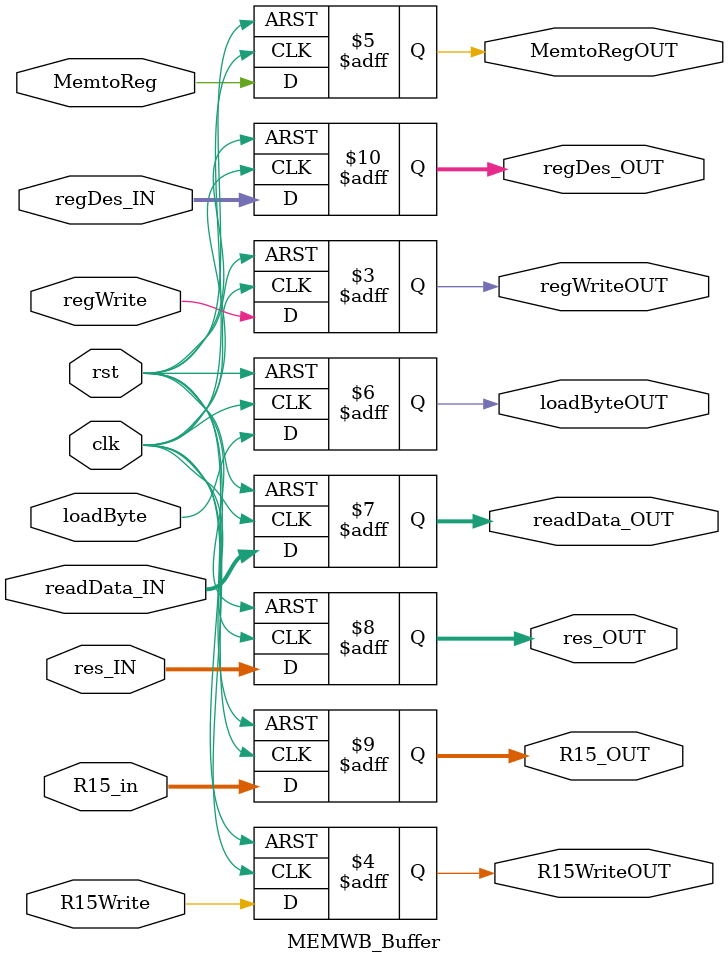
<source format=v>
module MEMWB_Buffer(clk,rst,regWrite,R15Write,MemtoReg,loadByte,readData_IN,res_IN, R15_in, regDes_IN, regWriteOUT,R15WriteOUT,MemtoRegOUT,loadByteOUT,readData_OUT, res_OUT,R15_OUT,regDes_OUT);
	input clk,rst,regWrite,R15Write,MemtoReg,loadByte;
	input [15:0] readData_IN,res_IN, R15_in;
	input [3:0] regDes_IN;
	
	output reg  regWriteOUT,R15WriteOUT,MemtoRegOUT,loadByteOUT;
	output reg [15:0] readData_OUT, res_OUT,R15_OUT;
	output reg [3:0] regDes_OUT;
	
	always @(posedge clk,negedge rst) begin 
		if(~rst) begin 
			regWriteOUT <= 0;
			R15WriteOUT <= 0;
			MemtoRegOUT <= 0; 
			loadByteOUT <= 0;
			readData_OUT <= 16'h0000;
			res_OUT <= 16'h0000;
			R15_OUT <= 16'h0000;
			regDes_OUT <= 4'b0000;
			

		end 
		else begin 
			regWriteOUT <= regWrite;
			R15WriteOUT <= R15Write;
			MemtoRegOUT <= MemtoReg; 
			loadByteOUT <= loadByte;
			
			readData_OUT <= readData_IN;
			res_OUT <= res_IN;
			R15_OUT <= R15_in;
			regDes_OUT <= regDes_IN;

		end 
		
	end 
	
endmodule 
</source>
